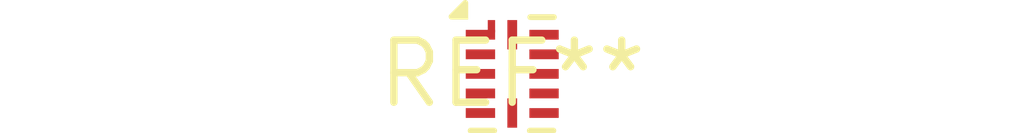
<source format=kicad_pcb>
(kicad_pcb (version 20240108) (generator pcbnew)
  (layers (0 "F.Cu" signal) (31 "B.Cu" signal) (34 "B.Paste" user) (35 "F.Paste" user) (36 "B.SilkS" user "B.Silkscreen") (37 "F.SilkS" user "F.Silkscreen") (38 "B.Mask" user) (39 "F.Mask" user) (44 "Edge.Cuts" user))
  (net 0 "")
  (footprint "Texas_R-PUQFN-N12" (layer "F.Cu") (at 0 0)
    (property "Reference" "REF**")
    (property "Value" "Texas_R-PUQFN-N12")
    (fp_line (start -0.37 1.16) (end -0.85 1.16) (layer "F.SilkS") (stroke (width 0.12)))
    (fp_line (start 0.84 1.16) (end 0.36 1.16) (layer "F.SilkS") (stroke (width 0.12)))
    (fp_line (start 0.85 -1.16) (end 0.37 -1.16) (layer "F.SilkS") (stroke (width 0.12)))
    (fp_poly (pts (xy -0.96 -1.17) (xy -1.24 -1.17) (xy -0.96 -1.45) (xy -0.96 -1.17)) (layer "F.SilkS") (stroke (width 0.12)) (fill solid))
    (pad "1" smd rect (at -0.65 -0.8 270) (size 0.2 0.6) (layers "F.Cu" "F.Paste" "F.Mask"))
    (pad "1" smd rect (at -0.425 -0.975) (size 0.15 0.25) (layers "F.Cu" "F.Paste" "F.Mask"))
    (pad "2" smd rect (at -0.65 -0.4 270) (size 0.2 0.6) (layers "F.Cu" "F.Paste" "F.Mask"))
    (pad "3" smd rect (at -0.65 0 270) (size 0.2 0.6) (layers "F.Cu" "F.Paste" "F.Mask"))
    (pad "4" smd rect (at -0.65 0.4 270) (size 0.2 0.6) (layers "F.Cu" "F.Paste" "F.Mask"))
    (pad "5" smd rect (at -0.65 0.8 270) (size 0.2 0.6) (layers "F.Cu" "F.Paste" "F.Mask"))
    (pad "6" smd rect (at 0 0.8 270) (size 0.6 0.2) (layers "F.Cu" "F.Paste" "F.Mask"))
    (pad "7" smd rect (at 0.65 0.8 270) (size 0.2 0.6) (layers "F.Cu" "F.Paste" "F.Mask"))
    (pad "8" smd rect (at 0.65 0.4 270) (size 0.2 0.6) (layers "F.Cu" "F.Paste" "F.Mask"))
    (pad "9" smd rect (at 0.65 0 270) (size 0.2 0.6) (layers "F.Cu" "F.Paste" "F.Mask"))
    (pad "10" smd rect (at 0.65 -0.4 270) (size 0.2 0.6) (layers "F.Cu" "F.Paste" "F.Mask"))
    (pad "11" smd rect (at 0.65 -0.8 270) (size 0.2 0.6) (layers "F.Cu" "F.Paste" "F.Mask"))
    (pad "12" smd rect (at 0 -0.8 270) (size 0.6 0.2) (layers "F.Cu" "F.Paste" "F.Mask"))
  )
)
</source>
